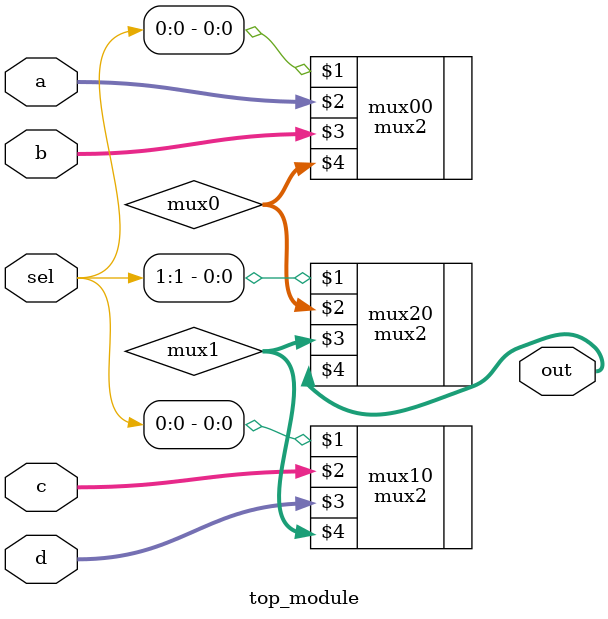
<source format=v>
module top_module (
    input [1:0] sel,
    input [7:0] a,
    input [7:0] b,
    input [7:0] c,
    input [7:0] d,
    output [7:0] out  ); //

    wire [7:0] mux0, mux1;
    mux2 mux00( sel[0],    a,    b, mux0 );
    mux2 mux10( sel[0],    c,    d, mux1 );
    mux2 mux20( sel[1], mux0, mux1,  out );

endmodule

</source>
